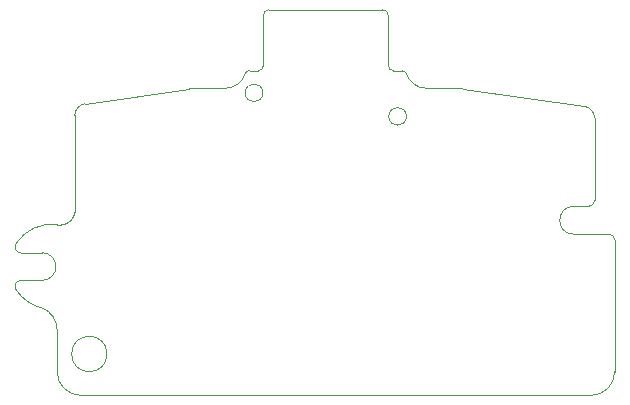
<source format=gbr>
%TF.GenerationSoftware,KiCad,Pcbnew,8.0.2*%
%TF.CreationDate,2025-05-18T14:56:39-07:00*%
%TF.ProjectId,PGS_USBW_Board,5047535f-5553-4425-975f-426f6172642e,rev?*%
%TF.SameCoordinates,Original*%
%TF.FileFunction,Profile,NP*%
%FSLAX46Y46*%
G04 Gerber Fmt 4.6, Leading zero omitted, Abs format (unit mm)*
G04 Created by KiCad (PCBNEW 8.0.2) date 2025-05-18 14:56:39*
%MOMM*%
%LPD*%
G01*
G04 APERTURE LIST*
%TA.AperFunction,Profile*%
%ADD10C,0.010000*%
%TD*%
%ADD11C,0.010000*%
G04 APERTURE END LIST*
D10*
X73526993Y-22725690D02*
G75*
G02*
X73908031Y-23003947I7J-400010D01*
G01*
X88055082Y-36575001D02*
G75*
G02*
X88055082Y-34224999I18J1175001D01*
G01*
X71874997Y-17571338D02*
X62274999Y-17571337D01*
X91039999Y-36575001D02*
G75*
G02*
X91539999Y-37075002I1J-499999D01*
G01*
X61774998Y-18071337D02*
X61774998Y-22325767D01*
X44325000Y-44697902D02*
X44324999Y-48221337D01*
X41265299Y-38149797D02*
X43057839Y-38149797D01*
D11*
X45783436Y-34772086D02*
X45785983Y-34761964D01*
X45788450Y-34751826D01*
X45790838Y-34741671D01*
X45793145Y-34731499D01*
X45795373Y-34721312D01*
X45797520Y-34711109D01*
X45799587Y-34700891D01*
X45801573Y-34690659D01*
X45803479Y-34680413D01*
X45805305Y-34670153D01*
X45807050Y-34659881D01*
X45808715Y-34649595D01*
X45810299Y-34639298D01*
X45811802Y-34628989D01*
X45813225Y-34618669D01*
X45814567Y-34608338D01*
X45815828Y-34597997D01*
X45817008Y-34587647D01*
X45818107Y-34577287D01*
X45819125Y-34566918D01*
X45820062Y-34556541D01*
X45820918Y-34546156D01*
X45821692Y-34535764D01*
X45822385Y-34525366D01*
X45822997Y-34514960D01*
X45823528Y-34504549D01*
X45823977Y-34494132D01*
X45824345Y-34483711D01*
X45824631Y-34473285D01*
X45824835Y-34462855D01*
X45824958Y-34452421D01*
X45824999Y-34441985D01*
D10*
X73526993Y-22725690D02*
X72774997Y-22725691D01*
X88967389Y-25752318D02*
X78679140Y-24272284D01*
X91540000Y-48221338D02*
X91539999Y-40929158D01*
X89825000Y-33725000D02*
X89825000Y-26742127D01*
X89825000Y-33725000D02*
G75*
G02*
X89324998Y-34225000I-500000J0D01*
G01*
X41265299Y-38149797D02*
G75*
G02*
X40845039Y-37378917I1J499997D01*
G01*
X60241979Y-23003950D02*
G75*
G02*
X58574999Y-24221310I-1666979J532650D01*
G01*
X55470845Y-24272285D02*
X46679479Y-25536982D01*
X40845015Y-41270692D02*
G75*
G02*
X41265298Y-40499778I420285J270892D01*
G01*
X60241979Y-23003950D02*
G75*
G02*
X60623079Y-22725674I381121J-121850D01*
G01*
X58574999Y-24221336D02*
X56182799Y-24221337D01*
X48549531Y-46721337D02*
G75*
G02*
X45549533Y-46721337I-1499999J0D01*
G01*
X45549533Y-46721337D02*
G75*
G02*
X48549531Y-46721337I1499999J0D01*
G01*
X43057835Y-42824796D02*
G75*
G02*
X40844979Y-41270715I805965J3500096D01*
G01*
X43057839Y-38149797D02*
G75*
G02*
X43057840Y-40499803I1J-1175003D01*
G01*
D11*
X44323083Y-35762685D02*
X44339424Y-35764689D01*
X44355779Y-35766490D01*
X44372147Y-35768088D01*
X44388525Y-35769484D01*
X44404912Y-35770676D01*
X44421305Y-35771666D01*
X44437703Y-35772453D01*
X44454105Y-35773038D01*
X44470507Y-35773421D01*
X44486908Y-35773601D01*
X44503307Y-35773580D01*
X44519701Y-35773356D01*
X44536089Y-35772931D01*
X44552468Y-35772304D01*
X44568837Y-35771476D01*
X44585195Y-35770447D01*
X44601538Y-35769216D01*
X44617865Y-35767784D01*
X44634175Y-35766151D01*
X44650466Y-35764317D01*
X44666735Y-35762283D01*
X44682980Y-35760048D01*
X44699201Y-35757612D01*
X44715395Y-35754976D01*
X44731559Y-35752140D01*
X44747693Y-35749104D01*
X44763795Y-35745868D01*
X44779861Y-35742432D01*
X44795892Y-35738797D01*
X44811884Y-35734962D01*
X44827836Y-35730927D01*
X44843747Y-35726694D01*
D10*
X61774998Y-18071337D02*
G75*
G02*
X62274999Y-17571298I500002J37D01*
G01*
X88967389Y-25752318D02*
G75*
G02*
X89824972Y-26742127I-142389J-989782D01*
G01*
X61748398Y-24614372D02*
G75*
G02*
X60248400Y-24614372I-749999J0D01*
G01*
X60248400Y-24614372D02*
G75*
G02*
X61748398Y-24614372I749999J0D01*
G01*
X61374998Y-22725690D02*
X60623079Y-22725690D01*
X40845015Y-37378901D02*
G75*
G02*
X44323084Y-35762680I3018835J-1945989D01*
G01*
X45824999Y-26526337D02*
G75*
G02*
X46679474Y-25536945I1000001J37D01*
G01*
X75574998Y-24221337D02*
G75*
G02*
X73907995Y-23003959I2J1750037D01*
G01*
X77967206Y-24221337D02*
X75574998Y-24221337D01*
X45824999Y-26526337D02*
X45824999Y-34441985D01*
X91039999Y-36575001D02*
X88055082Y-36575001D01*
X77967206Y-24221337D02*
G75*
G02*
X78679140Y-24272285I-6J-4999763D01*
G01*
D11*
X45312057Y-35492218D02*
X45324726Y-35482217D01*
X45337266Y-35472070D01*
X45349677Y-35461777D01*
X45361956Y-35451339D01*
X45374102Y-35440758D01*
X45386115Y-35430035D01*
X45397993Y-35419172D01*
X45409735Y-35408169D01*
X45421339Y-35397029D01*
X45432806Y-35385752D01*
X45444133Y-35374339D01*
X45455319Y-35362793D01*
X45466364Y-35351115D01*
X45477266Y-35339305D01*
X45488023Y-35327366D01*
X45498636Y-35315298D01*
X45509102Y-35303102D01*
X45519420Y-35290781D01*
X45529590Y-35278335D01*
X45539610Y-35265767D01*
X45549479Y-35253076D01*
X45559195Y-35240265D01*
X45568759Y-35227334D01*
X45578167Y-35214286D01*
X45587420Y-35201122D01*
X45596517Y-35187842D01*
X45605455Y-35174448D01*
X45614234Y-35160942D01*
X45622853Y-35147324D01*
X45631310Y-35133597D01*
X45639605Y-35119761D01*
X45647736Y-35105819D01*
X44843747Y-35726694D02*
X44859659Y-35722247D01*
X44875507Y-35717607D01*
X44891287Y-35712773D01*
X44906999Y-35707746D01*
X44922639Y-35702527D01*
X44938208Y-35697118D01*
X44953702Y-35691518D01*
X44969121Y-35685729D01*
X44984462Y-35679751D01*
X44999725Y-35673587D01*
X45014906Y-35667235D01*
X45030005Y-35660697D01*
X45045020Y-35653975D01*
X45059949Y-35647068D01*
X45074790Y-35639978D01*
X45089543Y-35632705D01*
X45104204Y-35625251D01*
X45118772Y-35617616D01*
X45133247Y-35609801D01*
X45147625Y-35601807D01*
X45161906Y-35593634D01*
X45176087Y-35585285D01*
X45190167Y-35576759D01*
X45204144Y-35568057D01*
X45218016Y-35559180D01*
X45231783Y-35550129D01*
X45245441Y-35540905D01*
X45258990Y-35531509D01*
X45272428Y-35521941D01*
X45285753Y-35512203D01*
X45298963Y-35502295D01*
X45312057Y-35492218D01*
D10*
X46324999Y-50221337D02*
G75*
G02*
X44324963Y-48221337I1J2000037D01*
G01*
D11*
X45647736Y-35105819D02*
X45653331Y-35095991D01*
X45658842Y-35086120D01*
X45664267Y-35076205D01*
X45669607Y-35066246D01*
X45674861Y-35056244D01*
X45680029Y-35046200D01*
X45685110Y-35036115D01*
X45690105Y-35025988D01*
X45695014Y-35015821D01*
X45699835Y-35005614D01*
X45704569Y-34995367D01*
X45709216Y-34985082D01*
X45713775Y-34974758D01*
X45718246Y-34964396D01*
X45722629Y-34953998D01*
X45726924Y-34943563D01*
X45731130Y-34933091D01*
X45735247Y-34922585D01*
X45739275Y-34912043D01*
X45743214Y-34901467D01*
X45747064Y-34890858D01*
X45750823Y-34880215D01*
X45754493Y-34869539D01*
X45758073Y-34858832D01*
X45761562Y-34848093D01*
X45764961Y-34837323D01*
X45768268Y-34826523D01*
X45771485Y-34815693D01*
X45774610Y-34804833D01*
X45777644Y-34793945D01*
X45780586Y-34783029D01*
X45783436Y-34772086D01*
D10*
X61774998Y-22325767D02*
G75*
G02*
X61374998Y-22725698I-399898J-33D01*
G01*
X46324999Y-50221337D02*
X89540001Y-50221337D01*
X91539999Y-40929158D02*
X91540000Y-37075002D01*
X55470845Y-24272287D02*
G75*
G02*
X56182799Y-24221338I711955J-4948913D01*
G01*
X73901597Y-26605822D02*
G75*
G02*
X72401599Y-26605822I-749999J0D01*
G01*
X72401599Y-26605822D02*
G75*
G02*
X73901597Y-26605822I749999J0D01*
G01*
X71874997Y-17571338D02*
G75*
G02*
X72374962Y-18071338I3J-499962D01*
G01*
X72374997Y-22325690D02*
X72374997Y-18071338D01*
X91540000Y-48221338D02*
G75*
G02*
X89540001Y-50221300I-2000000J38D01*
G01*
X43057835Y-42824796D02*
G75*
G02*
X44325026Y-44697902I-733035J-1861104D01*
G01*
X88055082Y-34225001D02*
X89324998Y-34225002D01*
X43057840Y-40499796D02*
X41265299Y-40499797D01*
X72774997Y-22725691D02*
G75*
G02*
X72375009Y-22325690I3J399991D01*
G01*
M02*

</source>
